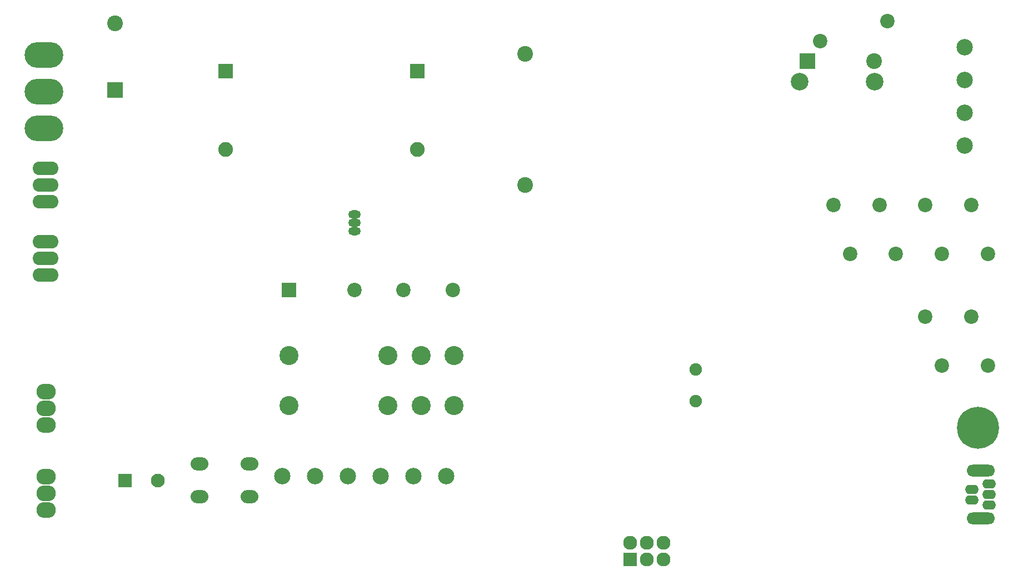
<source format=gbs>
G04 #@! TF.FileFunction,Soldermask,Bot*
%FSLAX46Y46*%
G04 Gerber Fmt 4.6, Leading zero omitted, Abs format (unit mm)*
G04 Created by KiCad (PCBNEW 4.0.0-rc1-stable) date 4/11/2015 1:36:56 PM*
%MOMM*%
G01*
G04 APERTURE LIST*
%ADD10C,0.100000*%
%ADD11C,2.100000*%
%ADD12R,2.100000X2.100000*%
%ADD13R,2.127200X2.127200*%
%ADD14O,2.127200X2.127200*%
%ADD15C,2.398980*%
%ADD16R,2.398980X2.398980*%
%ADD17O,2.700000X2.000000*%
%ADD18C,2.200000*%
%ADD19C,2.900000*%
%ADD20C,2.500000*%
%ADD21O,5.901640X3.900120*%
%ADD22O,3.900120X2.099260*%
%ADD23C,2.686000*%
%ADD24O,2.940000X2.432000*%
%ADD25O,1.901140X1.299160*%
%ADD26C,1.901140*%
%ADD27C,6.399480*%
%ADD28C,2.250000*%
%ADD29R,2.250000X2.250000*%
%ADD30O,4.310000X1.800000*%
%ADD31O,2.100000X1.400000*%
%ADD32R,2.200000X2.200000*%
G04 APERTURE END LIST*
D10*
D11*
X43000000Y-125000000D03*
D12*
X38000000Y-125000000D03*
D13*
X115000000Y-137000000D03*
D14*
X115000000Y-134460000D03*
X117540000Y-137000000D03*
X117540000Y-134460000D03*
X120080000Y-137000000D03*
X120080000Y-134460000D03*
D15*
X36497460Y-55340000D03*
D16*
X36497460Y-65500000D03*
D15*
X152160000Y-61067460D03*
D16*
X142000000Y-61067460D03*
D17*
X57000000Y-127500000D03*
X57000000Y-122460000D03*
X49380000Y-122460000D03*
X49380000Y-127500000D03*
D18*
X144000000Y-58000000D03*
X154200000Y-55000000D03*
D19*
X63000000Y-106000000D03*
X83160000Y-106000000D03*
X78120000Y-106000000D03*
X88200000Y-106000000D03*
X63000000Y-113560000D03*
X78120000Y-113560000D03*
X83160000Y-113560000D03*
X88200000Y-113560000D03*
D20*
X166000000Y-74000000D03*
X166000000Y-69000000D03*
X166000000Y-64000000D03*
X166000000Y-59000000D03*
X62007500Y-124317500D03*
X67007500Y-124317500D03*
X72007500Y-124317500D03*
X77007500Y-124317500D03*
X82007500Y-124317500D03*
X87007500Y-124317500D03*
D21*
X25654000Y-65786000D03*
X25654000Y-71374000D03*
X25654000Y-60198000D03*
D22*
X25908000Y-80010000D03*
X25908000Y-82550000D03*
X25908000Y-77470000D03*
X25908000Y-91186000D03*
X25908000Y-93726000D03*
X25908000Y-88646000D03*
D23*
X152215000Y-64250000D03*
X140785000Y-64250000D03*
D24*
X26000000Y-127000000D03*
X26000000Y-124460000D03*
X26000000Y-129540000D03*
D25*
X73000000Y-85730000D03*
X73000000Y-84460000D03*
X73000000Y-87000000D03*
D18*
X167000000Y-83000000D03*
X169500000Y-90500000D03*
X160000000Y-83000000D03*
X162500000Y-90500000D03*
X153000000Y-83000000D03*
X155500000Y-90500000D03*
X146000000Y-83000000D03*
X148500000Y-90500000D03*
X160000000Y-100000000D03*
X162500000Y-107500000D03*
X167000000Y-100000000D03*
X169500000Y-107500000D03*
D26*
X125000000Y-108059060D03*
X125000000Y-112940940D03*
D27*
X168000000Y-117000000D03*
D28*
X53340000Y-74580000D03*
D29*
X53340000Y-62580000D03*
D28*
X82550000Y-74580000D03*
D29*
X82550000Y-62580000D03*
D24*
X26000000Y-114000000D03*
X26000000Y-111460000D03*
X26000000Y-116540000D03*
D15*
X99000000Y-60000000D03*
X99000000Y-80000000D03*
D30*
X168402000Y-130810000D03*
X168402000Y-123510000D03*
D31*
X169702000Y-127160000D03*
X169702000Y-125560000D03*
X169702000Y-128760000D03*
X167102000Y-127960000D03*
X167102000Y-126360000D03*
D32*
X62992000Y-96012000D03*
D18*
X72992000Y-96012000D03*
X80492000Y-96012000D03*
X87992000Y-96012000D03*
M02*

</source>
